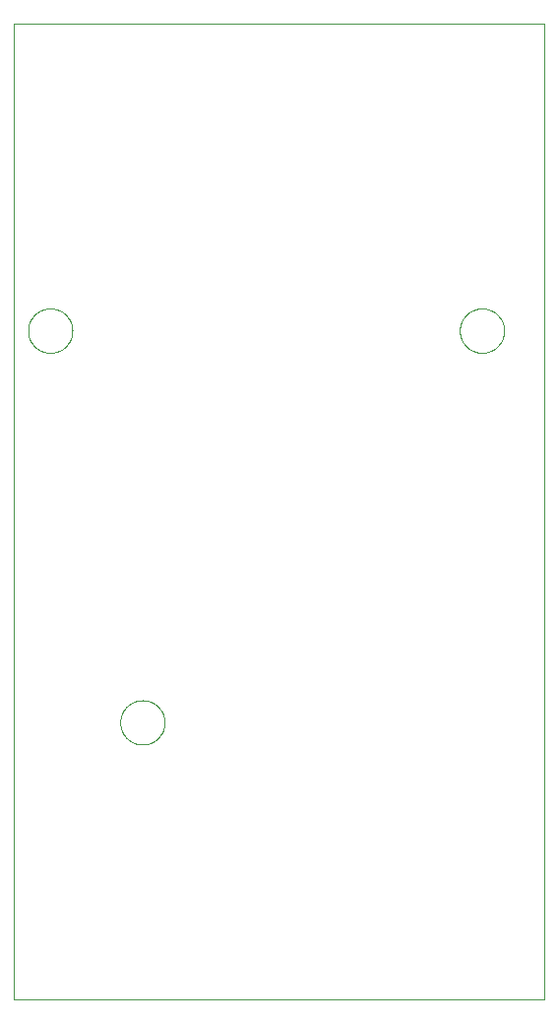
<source format=gko>
G75*
%MOIN*%
%OFA0B0*%
%FSLAX25Y25*%
%IPPOS*%
%LPD*%
%AMOC8*
5,1,8,0,0,1.08239X$1,22.5*
%
%ADD10C,0.00000*%
D10*
X0020179Y0009300D02*
X0020179Y0339261D01*
X0200130Y0339261D01*
X0200130Y0009300D01*
X0020179Y0009300D01*
X0056429Y0103050D02*
X0056431Y0103234D01*
X0056438Y0103418D01*
X0056449Y0103602D01*
X0056465Y0103785D01*
X0056485Y0103968D01*
X0056510Y0104150D01*
X0056539Y0104332D01*
X0056573Y0104513D01*
X0056611Y0104693D01*
X0056654Y0104872D01*
X0056701Y0105050D01*
X0056752Y0105227D01*
X0056808Y0105403D01*
X0056867Y0105577D01*
X0056932Y0105749D01*
X0057000Y0105920D01*
X0057072Y0106089D01*
X0057149Y0106257D01*
X0057230Y0106422D01*
X0057315Y0106585D01*
X0057403Y0106747D01*
X0057496Y0106906D01*
X0057593Y0107062D01*
X0057693Y0107217D01*
X0057797Y0107369D01*
X0057905Y0107518D01*
X0058016Y0107664D01*
X0058131Y0107808D01*
X0058250Y0107949D01*
X0058372Y0108087D01*
X0058497Y0108222D01*
X0058626Y0108353D01*
X0058757Y0108482D01*
X0058892Y0108607D01*
X0059030Y0108729D01*
X0059171Y0108848D01*
X0059315Y0108963D01*
X0059461Y0109074D01*
X0059610Y0109182D01*
X0059762Y0109286D01*
X0059917Y0109386D01*
X0060073Y0109483D01*
X0060232Y0109576D01*
X0060394Y0109664D01*
X0060557Y0109749D01*
X0060722Y0109830D01*
X0060890Y0109907D01*
X0061059Y0109979D01*
X0061230Y0110047D01*
X0061402Y0110112D01*
X0061576Y0110171D01*
X0061752Y0110227D01*
X0061929Y0110278D01*
X0062107Y0110325D01*
X0062286Y0110368D01*
X0062466Y0110406D01*
X0062647Y0110440D01*
X0062829Y0110469D01*
X0063011Y0110494D01*
X0063194Y0110514D01*
X0063377Y0110530D01*
X0063561Y0110541D01*
X0063745Y0110548D01*
X0063929Y0110550D01*
X0064113Y0110548D01*
X0064297Y0110541D01*
X0064481Y0110530D01*
X0064664Y0110514D01*
X0064847Y0110494D01*
X0065029Y0110469D01*
X0065211Y0110440D01*
X0065392Y0110406D01*
X0065572Y0110368D01*
X0065751Y0110325D01*
X0065929Y0110278D01*
X0066106Y0110227D01*
X0066282Y0110171D01*
X0066456Y0110112D01*
X0066628Y0110047D01*
X0066799Y0109979D01*
X0066968Y0109907D01*
X0067136Y0109830D01*
X0067301Y0109749D01*
X0067464Y0109664D01*
X0067626Y0109576D01*
X0067785Y0109483D01*
X0067941Y0109386D01*
X0068096Y0109286D01*
X0068248Y0109182D01*
X0068397Y0109074D01*
X0068543Y0108963D01*
X0068687Y0108848D01*
X0068828Y0108729D01*
X0068966Y0108607D01*
X0069101Y0108482D01*
X0069232Y0108353D01*
X0069361Y0108222D01*
X0069486Y0108087D01*
X0069608Y0107949D01*
X0069727Y0107808D01*
X0069842Y0107664D01*
X0069953Y0107518D01*
X0070061Y0107369D01*
X0070165Y0107217D01*
X0070265Y0107062D01*
X0070362Y0106906D01*
X0070455Y0106747D01*
X0070543Y0106585D01*
X0070628Y0106422D01*
X0070709Y0106257D01*
X0070786Y0106089D01*
X0070858Y0105920D01*
X0070926Y0105749D01*
X0070991Y0105577D01*
X0071050Y0105403D01*
X0071106Y0105227D01*
X0071157Y0105050D01*
X0071204Y0104872D01*
X0071247Y0104693D01*
X0071285Y0104513D01*
X0071319Y0104332D01*
X0071348Y0104150D01*
X0071373Y0103968D01*
X0071393Y0103785D01*
X0071409Y0103602D01*
X0071420Y0103418D01*
X0071427Y0103234D01*
X0071429Y0103050D01*
X0071427Y0102866D01*
X0071420Y0102682D01*
X0071409Y0102498D01*
X0071393Y0102315D01*
X0071373Y0102132D01*
X0071348Y0101950D01*
X0071319Y0101768D01*
X0071285Y0101587D01*
X0071247Y0101407D01*
X0071204Y0101228D01*
X0071157Y0101050D01*
X0071106Y0100873D01*
X0071050Y0100697D01*
X0070991Y0100523D01*
X0070926Y0100351D01*
X0070858Y0100180D01*
X0070786Y0100011D01*
X0070709Y0099843D01*
X0070628Y0099678D01*
X0070543Y0099515D01*
X0070455Y0099353D01*
X0070362Y0099194D01*
X0070265Y0099038D01*
X0070165Y0098883D01*
X0070061Y0098731D01*
X0069953Y0098582D01*
X0069842Y0098436D01*
X0069727Y0098292D01*
X0069608Y0098151D01*
X0069486Y0098013D01*
X0069361Y0097878D01*
X0069232Y0097747D01*
X0069101Y0097618D01*
X0068966Y0097493D01*
X0068828Y0097371D01*
X0068687Y0097252D01*
X0068543Y0097137D01*
X0068397Y0097026D01*
X0068248Y0096918D01*
X0068096Y0096814D01*
X0067941Y0096714D01*
X0067785Y0096617D01*
X0067626Y0096524D01*
X0067464Y0096436D01*
X0067301Y0096351D01*
X0067136Y0096270D01*
X0066968Y0096193D01*
X0066799Y0096121D01*
X0066628Y0096053D01*
X0066456Y0095988D01*
X0066282Y0095929D01*
X0066106Y0095873D01*
X0065929Y0095822D01*
X0065751Y0095775D01*
X0065572Y0095732D01*
X0065392Y0095694D01*
X0065211Y0095660D01*
X0065029Y0095631D01*
X0064847Y0095606D01*
X0064664Y0095586D01*
X0064481Y0095570D01*
X0064297Y0095559D01*
X0064113Y0095552D01*
X0063929Y0095550D01*
X0063745Y0095552D01*
X0063561Y0095559D01*
X0063377Y0095570D01*
X0063194Y0095586D01*
X0063011Y0095606D01*
X0062829Y0095631D01*
X0062647Y0095660D01*
X0062466Y0095694D01*
X0062286Y0095732D01*
X0062107Y0095775D01*
X0061929Y0095822D01*
X0061752Y0095873D01*
X0061576Y0095929D01*
X0061402Y0095988D01*
X0061230Y0096053D01*
X0061059Y0096121D01*
X0060890Y0096193D01*
X0060722Y0096270D01*
X0060557Y0096351D01*
X0060394Y0096436D01*
X0060232Y0096524D01*
X0060073Y0096617D01*
X0059917Y0096714D01*
X0059762Y0096814D01*
X0059610Y0096918D01*
X0059461Y0097026D01*
X0059315Y0097137D01*
X0059171Y0097252D01*
X0059030Y0097371D01*
X0058892Y0097493D01*
X0058757Y0097618D01*
X0058626Y0097747D01*
X0058497Y0097878D01*
X0058372Y0098013D01*
X0058250Y0098151D01*
X0058131Y0098292D01*
X0058016Y0098436D01*
X0057905Y0098582D01*
X0057797Y0098731D01*
X0057693Y0098883D01*
X0057593Y0099038D01*
X0057496Y0099194D01*
X0057403Y0099353D01*
X0057315Y0099515D01*
X0057230Y0099678D01*
X0057149Y0099843D01*
X0057072Y0100011D01*
X0057000Y0100180D01*
X0056932Y0100351D01*
X0056867Y0100523D01*
X0056808Y0100697D01*
X0056752Y0100873D01*
X0056701Y0101050D01*
X0056654Y0101228D01*
X0056611Y0101407D01*
X0056573Y0101587D01*
X0056539Y0101768D01*
X0056510Y0101950D01*
X0056485Y0102132D01*
X0056465Y0102315D01*
X0056449Y0102498D01*
X0056438Y0102682D01*
X0056431Y0102866D01*
X0056429Y0103050D01*
X0025179Y0235550D02*
X0025181Y0235734D01*
X0025188Y0235918D01*
X0025199Y0236102D01*
X0025215Y0236285D01*
X0025235Y0236468D01*
X0025260Y0236650D01*
X0025289Y0236832D01*
X0025323Y0237013D01*
X0025361Y0237193D01*
X0025404Y0237372D01*
X0025451Y0237550D01*
X0025502Y0237727D01*
X0025558Y0237903D01*
X0025617Y0238077D01*
X0025682Y0238249D01*
X0025750Y0238420D01*
X0025822Y0238589D01*
X0025899Y0238757D01*
X0025980Y0238922D01*
X0026065Y0239085D01*
X0026153Y0239247D01*
X0026246Y0239406D01*
X0026343Y0239562D01*
X0026443Y0239717D01*
X0026547Y0239869D01*
X0026655Y0240018D01*
X0026766Y0240164D01*
X0026881Y0240308D01*
X0027000Y0240449D01*
X0027122Y0240587D01*
X0027247Y0240722D01*
X0027376Y0240853D01*
X0027507Y0240982D01*
X0027642Y0241107D01*
X0027780Y0241229D01*
X0027921Y0241348D01*
X0028065Y0241463D01*
X0028211Y0241574D01*
X0028360Y0241682D01*
X0028512Y0241786D01*
X0028667Y0241886D01*
X0028823Y0241983D01*
X0028982Y0242076D01*
X0029144Y0242164D01*
X0029307Y0242249D01*
X0029472Y0242330D01*
X0029640Y0242407D01*
X0029809Y0242479D01*
X0029980Y0242547D01*
X0030152Y0242612D01*
X0030326Y0242671D01*
X0030502Y0242727D01*
X0030679Y0242778D01*
X0030857Y0242825D01*
X0031036Y0242868D01*
X0031216Y0242906D01*
X0031397Y0242940D01*
X0031579Y0242969D01*
X0031761Y0242994D01*
X0031944Y0243014D01*
X0032127Y0243030D01*
X0032311Y0243041D01*
X0032495Y0243048D01*
X0032679Y0243050D01*
X0032863Y0243048D01*
X0033047Y0243041D01*
X0033231Y0243030D01*
X0033414Y0243014D01*
X0033597Y0242994D01*
X0033779Y0242969D01*
X0033961Y0242940D01*
X0034142Y0242906D01*
X0034322Y0242868D01*
X0034501Y0242825D01*
X0034679Y0242778D01*
X0034856Y0242727D01*
X0035032Y0242671D01*
X0035206Y0242612D01*
X0035378Y0242547D01*
X0035549Y0242479D01*
X0035718Y0242407D01*
X0035886Y0242330D01*
X0036051Y0242249D01*
X0036214Y0242164D01*
X0036376Y0242076D01*
X0036535Y0241983D01*
X0036691Y0241886D01*
X0036846Y0241786D01*
X0036998Y0241682D01*
X0037147Y0241574D01*
X0037293Y0241463D01*
X0037437Y0241348D01*
X0037578Y0241229D01*
X0037716Y0241107D01*
X0037851Y0240982D01*
X0037982Y0240853D01*
X0038111Y0240722D01*
X0038236Y0240587D01*
X0038358Y0240449D01*
X0038477Y0240308D01*
X0038592Y0240164D01*
X0038703Y0240018D01*
X0038811Y0239869D01*
X0038915Y0239717D01*
X0039015Y0239562D01*
X0039112Y0239406D01*
X0039205Y0239247D01*
X0039293Y0239085D01*
X0039378Y0238922D01*
X0039459Y0238757D01*
X0039536Y0238589D01*
X0039608Y0238420D01*
X0039676Y0238249D01*
X0039741Y0238077D01*
X0039800Y0237903D01*
X0039856Y0237727D01*
X0039907Y0237550D01*
X0039954Y0237372D01*
X0039997Y0237193D01*
X0040035Y0237013D01*
X0040069Y0236832D01*
X0040098Y0236650D01*
X0040123Y0236468D01*
X0040143Y0236285D01*
X0040159Y0236102D01*
X0040170Y0235918D01*
X0040177Y0235734D01*
X0040179Y0235550D01*
X0040177Y0235366D01*
X0040170Y0235182D01*
X0040159Y0234998D01*
X0040143Y0234815D01*
X0040123Y0234632D01*
X0040098Y0234450D01*
X0040069Y0234268D01*
X0040035Y0234087D01*
X0039997Y0233907D01*
X0039954Y0233728D01*
X0039907Y0233550D01*
X0039856Y0233373D01*
X0039800Y0233197D01*
X0039741Y0233023D01*
X0039676Y0232851D01*
X0039608Y0232680D01*
X0039536Y0232511D01*
X0039459Y0232343D01*
X0039378Y0232178D01*
X0039293Y0232015D01*
X0039205Y0231853D01*
X0039112Y0231694D01*
X0039015Y0231538D01*
X0038915Y0231383D01*
X0038811Y0231231D01*
X0038703Y0231082D01*
X0038592Y0230936D01*
X0038477Y0230792D01*
X0038358Y0230651D01*
X0038236Y0230513D01*
X0038111Y0230378D01*
X0037982Y0230247D01*
X0037851Y0230118D01*
X0037716Y0229993D01*
X0037578Y0229871D01*
X0037437Y0229752D01*
X0037293Y0229637D01*
X0037147Y0229526D01*
X0036998Y0229418D01*
X0036846Y0229314D01*
X0036691Y0229214D01*
X0036535Y0229117D01*
X0036376Y0229024D01*
X0036214Y0228936D01*
X0036051Y0228851D01*
X0035886Y0228770D01*
X0035718Y0228693D01*
X0035549Y0228621D01*
X0035378Y0228553D01*
X0035206Y0228488D01*
X0035032Y0228429D01*
X0034856Y0228373D01*
X0034679Y0228322D01*
X0034501Y0228275D01*
X0034322Y0228232D01*
X0034142Y0228194D01*
X0033961Y0228160D01*
X0033779Y0228131D01*
X0033597Y0228106D01*
X0033414Y0228086D01*
X0033231Y0228070D01*
X0033047Y0228059D01*
X0032863Y0228052D01*
X0032679Y0228050D01*
X0032495Y0228052D01*
X0032311Y0228059D01*
X0032127Y0228070D01*
X0031944Y0228086D01*
X0031761Y0228106D01*
X0031579Y0228131D01*
X0031397Y0228160D01*
X0031216Y0228194D01*
X0031036Y0228232D01*
X0030857Y0228275D01*
X0030679Y0228322D01*
X0030502Y0228373D01*
X0030326Y0228429D01*
X0030152Y0228488D01*
X0029980Y0228553D01*
X0029809Y0228621D01*
X0029640Y0228693D01*
X0029472Y0228770D01*
X0029307Y0228851D01*
X0029144Y0228936D01*
X0028982Y0229024D01*
X0028823Y0229117D01*
X0028667Y0229214D01*
X0028512Y0229314D01*
X0028360Y0229418D01*
X0028211Y0229526D01*
X0028065Y0229637D01*
X0027921Y0229752D01*
X0027780Y0229871D01*
X0027642Y0229993D01*
X0027507Y0230118D01*
X0027376Y0230247D01*
X0027247Y0230378D01*
X0027122Y0230513D01*
X0027000Y0230651D01*
X0026881Y0230792D01*
X0026766Y0230936D01*
X0026655Y0231082D01*
X0026547Y0231231D01*
X0026443Y0231383D01*
X0026343Y0231538D01*
X0026246Y0231694D01*
X0026153Y0231853D01*
X0026065Y0232015D01*
X0025980Y0232178D01*
X0025899Y0232343D01*
X0025822Y0232511D01*
X0025750Y0232680D01*
X0025682Y0232851D01*
X0025617Y0233023D01*
X0025558Y0233197D01*
X0025502Y0233373D01*
X0025451Y0233550D01*
X0025404Y0233728D01*
X0025361Y0233907D01*
X0025323Y0234087D01*
X0025289Y0234268D01*
X0025260Y0234450D01*
X0025235Y0234632D01*
X0025215Y0234815D01*
X0025199Y0234998D01*
X0025188Y0235182D01*
X0025181Y0235366D01*
X0025179Y0235550D01*
X0171429Y0235550D02*
X0171431Y0235734D01*
X0171438Y0235918D01*
X0171449Y0236102D01*
X0171465Y0236285D01*
X0171485Y0236468D01*
X0171510Y0236650D01*
X0171539Y0236832D01*
X0171573Y0237013D01*
X0171611Y0237193D01*
X0171654Y0237372D01*
X0171701Y0237550D01*
X0171752Y0237727D01*
X0171808Y0237903D01*
X0171867Y0238077D01*
X0171932Y0238249D01*
X0172000Y0238420D01*
X0172072Y0238589D01*
X0172149Y0238757D01*
X0172230Y0238922D01*
X0172315Y0239085D01*
X0172403Y0239247D01*
X0172496Y0239406D01*
X0172593Y0239562D01*
X0172693Y0239717D01*
X0172797Y0239869D01*
X0172905Y0240018D01*
X0173016Y0240164D01*
X0173131Y0240308D01*
X0173250Y0240449D01*
X0173372Y0240587D01*
X0173497Y0240722D01*
X0173626Y0240853D01*
X0173757Y0240982D01*
X0173892Y0241107D01*
X0174030Y0241229D01*
X0174171Y0241348D01*
X0174315Y0241463D01*
X0174461Y0241574D01*
X0174610Y0241682D01*
X0174762Y0241786D01*
X0174917Y0241886D01*
X0175073Y0241983D01*
X0175232Y0242076D01*
X0175394Y0242164D01*
X0175557Y0242249D01*
X0175722Y0242330D01*
X0175890Y0242407D01*
X0176059Y0242479D01*
X0176230Y0242547D01*
X0176402Y0242612D01*
X0176576Y0242671D01*
X0176752Y0242727D01*
X0176929Y0242778D01*
X0177107Y0242825D01*
X0177286Y0242868D01*
X0177466Y0242906D01*
X0177647Y0242940D01*
X0177829Y0242969D01*
X0178011Y0242994D01*
X0178194Y0243014D01*
X0178377Y0243030D01*
X0178561Y0243041D01*
X0178745Y0243048D01*
X0178929Y0243050D01*
X0179113Y0243048D01*
X0179297Y0243041D01*
X0179481Y0243030D01*
X0179664Y0243014D01*
X0179847Y0242994D01*
X0180029Y0242969D01*
X0180211Y0242940D01*
X0180392Y0242906D01*
X0180572Y0242868D01*
X0180751Y0242825D01*
X0180929Y0242778D01*
X0181106Y0242727D01*
X0181282Y0242671D01*
X0181456Y0242612D01*
X0181628Y0242547D01*
X0181799Y0242479D01*
X0181968Y0242407D01*
X0182136Y0242330D01*
X0182301Y0242249D01*
X0182464Y0242164D01*
X0182626Y0242076D01*
X0182785Y0241983D01*
X0182941Y0241886D01*
X0183096Y0241786D01*
X0183248Y0241682D01*
X0183397Y0241574D01*
X0183543Y0241463D01*
X0183687Y0241348D01*
X0183828Y0241229D01*
X0183966Y0241107D01*
X0184101Y0240982D01*
X0184232Y0240853D01*
X0184361Y0240722D01*
X0184486Y0240587D01*
X0184608Y0240449D01*
X0184727Y0240308D01*
X0184842Y0240164D01*
X0184953Y0240018D01*
X0185061Y0239869D01*
X0185165Y0239717D01*
X0185265Y0239562D01*
X0185362Y0239406D01*
X0185455Y0239247D01*
X0185543Y0239085D01*
X0185628Y0238922D01*
X0185709Y0238757D01*
X0185786Y0238589D01*
X0185858Y0238420D01*
X0185926Y0238249D01*
X0185991Y0238077D01*
X0186050Y0237903D01*
X0186106Y0237727D01*
X0186157Y0237550D01*
X0186204Y0237372D01*
X0186247Y0237193D01*
X0186285Y0237013D01*
X0186319Y0236832D01*
X0186348Y0236650D01*
X0186373Y0236468D01*
X0186393Y0236285D01*
X0186409Y0236102D01*
X0186420Y0235918D01*
X0186427Y0235734D01*
X0186429Y0235550D01*
X0186427Y0235366D01*
X0186420Y0235182D01*
X0186409Y0234998D01*
X0186393Y0234815D01*
X0186373Y0234632D01*
X0186348Y0234450D01*
X0186319Y0234268D01*
X0186285Y0234087D01*
X0186247Y0233907D01*
X0186204Y0233728D01*
X0186157Y0233550D01*
X0186106Y0233373D01*
X0186050Y0233197D01*
X0185991Y0233023D01*
X0185926Y0232851D01*
X0185858Y0232680D01*
X0185786Y0232511D01*
X0185709Y0232343D01*
X0185628Y0232178D01*
X0185543Y0232015D01*
X0185455Y0231853D01*
X0185362Y0231694D01*
X0185265Y0231538D01*
X0185165Y0231383D01*
X0185061Y0231231D01*
X0184953Y0231082D01*
X0184842Y0230936D01*
X0184727Y0230792D01*
X0184608Y0230651D01*
X0184486Y0230513D01*
X0184361Y0230378D01*
X0184232Y0230247D01*
X0184101Y0230118D01*
X0183966Y0229993D01*
X0183828Y0229871D01*
X0183687Y0229752D01*
X0183543Y0229637D01*
X0183397Y0229526D01*
X0183248Y0229418D01*
X0183096Y0229314D01*
X0182941Y0229214D01*
X0182785Y0229117D01*
X0182626Y0229024D01*
X0182464Y0228936D01*
X0182301Y0228851D01*
X0182136Y0228770D01*
X0181968Y0228693D01*
X0181799Y0228621D01*
X0181628Y0228553D01*
X0181456Y0228488D01*
X0181282Y0228429D01*
X0181106Y0228373D01*
X0180929Y0228322D01*
X0180751Y0228275D01*
X0180572Y0228232D01*
X0180392Y0228194D01*
X0180211Y0228160D01*
X0180029Y0228131D01*
X0179847Y0228106D01*
X0179664Y0228086D01*
X0179481Y0228070D01*
X0179297Y0228059D01*
X0179113Y0228052D01*
X0178929Y0228050D01*
X0178745Y0228052D01*
X0178561Y0228059D01*
X0178377Y0228070D01*
X0178194Y0228086D01*
X0178011Y0228106D01*
X0177829Y0228131D01*
X0177647Y0228160D01*
X0177466Y0228194D01*
X0177286Y0228232D01*
X0177107Y0228275D01*
X0176929Y0228322D01*
X0176752Y0228373D01*
X0176576Y0228429D01*
X0176402Y0228488D01*
X0176230Y0228553D01*
X0176059Y0228621D01*
X0175890Y0228693D01*
X0175722Y0228770D01*
X0175557Y0228851D01*
X0175394Y0228936D01*
X0175232Y0229024D01*
X0175073Y0229117D01*
X0174917Y0229214D01*
X0174762Y0229314D01*
X0174610Y0229418D01*
X0174461Y0229526D01*
X0174315Y0229637D01*
X0174171Y0229752D01*
X0174030Y0229871D01*
X0173892Y0229993D01*
X0173757Y0230118D01*
X0173626Y0230247D01*
X0173497Y0230378D01*
X0173372Y0230513D01*
X0173250Y0230651D01*
X0173131Y0230792D01*
X0173016Y0230936D01*
X0172905Y0231082D01*
X0172797Y0231231D01*
X0172693Y0231383D01*
X0172593Y0231538D01*
X0172496Y0231694D01*
X0172403Y0231853D01*
X0172315Y0232015D01*
X0172230Y0232178D01*
X0172149Y0232343D01*
X0172072Y0232511D01*
X0172000Y0232680D01*
X0171932Y0232851D01*
X0171867Y0233023D01*
X0171808Y0233197D01*
X0171752Y0233373D01*
X0171701Y0233550D01*
X0171654Y0233728D01*
X0171611Y0233907D01*
X0171573Y0234087D01*
X0171539Y0234268D01*
X0171510Y0234450D01*
X0171485Y0234632D01*
X0171465Y0234815D01*
X0171449Y0234998D01*
X0171438Y0235182D01*
X0171431Y0235366D01*
X0171429Y0235550D01*
M02*

</source>
